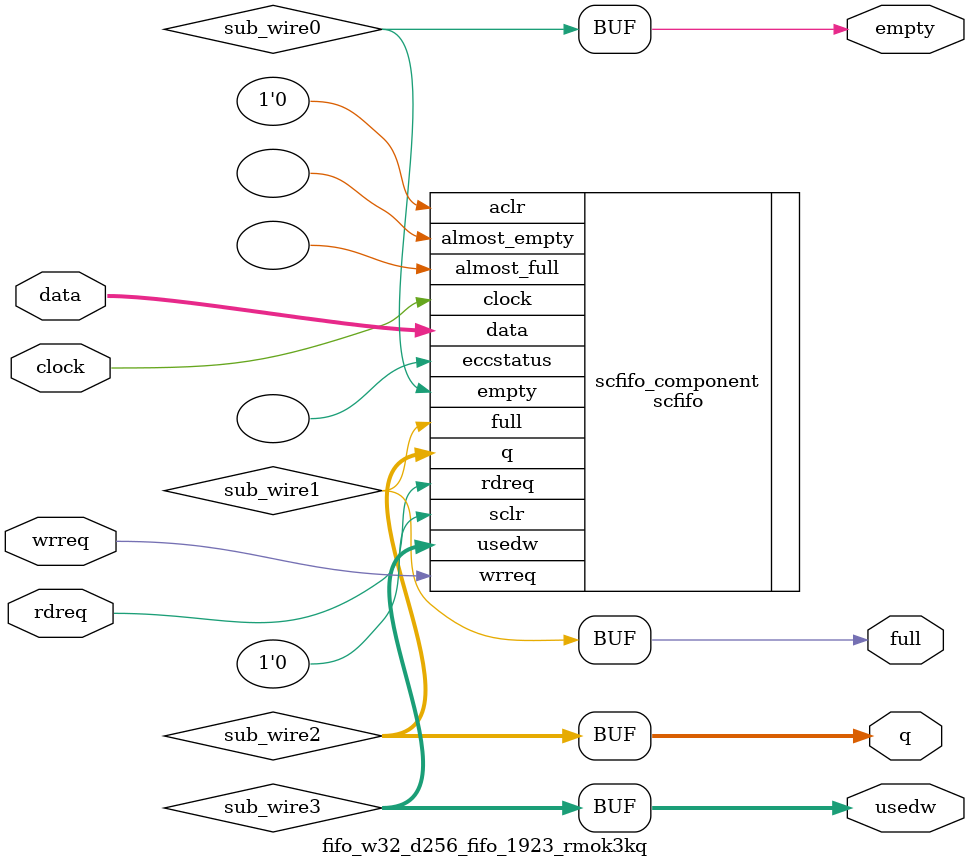
<source format=v>



`timescale 1 ps / 1 ps
// synopsys translate_on
module  fifo_w32_d256_fifo_1923_rmok3kq  (
    clock,
    data,
    rdreq,
    wrreq,
    empty,
    full,
    q,
    usedw);

    input    clock;
    input  [31:0]  data;
    input    rdreq;
    input    wrreq;
    output   empty;
    output   full;
    output [31:0]  q;
    output [7:0]  usedw;

    wire  sub_wire0;
    wire  sub_wire1;
    wire [31:0] sub_wire2;
    wire [7:0] sub_wire3;
    wire  empty = sub_wire0;
    wire  full = sub_wire1;
    wire [31:0] q = sub_wire2[31:0];
    wire [7:0] usedw = sub_wire3[7:0];

    scfifo  scfifo_component (
                .clock (clock),
                .data (data),
                .rdreq (rdreq),
                .wrreq (wrreq),
                .empty (sub_wire0),
                .full (sub_wire1),
                .q (sub_wire2),
                .usedw (sub_wire3),
                .aclr (1'b0),
                .almost_empty (),
                .almost_full (),
                .eccstatus (),
                .sclr (1'b0));
    defparam
        scfifo_component.add_ram_output_register  = "OFF",
        scfifo_component.enable_ecc  = "FALSE",
        scfifo_component.intended_device_family  = "Agilex",
        scfifo_component.lpm_numwords  = 256,
        scfifo_component.lpm_showahead  = "OFF",
        scfifo_component.lpm_type  = "scfifo",
        scfifo_component.lpm_width  = 32,
        scfifo_component.lpm_widthu  = 8,
        scfifo_component.overflow_checking  = "ON",
        scfifo_component.underflow_checking  = "ON",
        scfifo_component.use_eab  = "ON";


endmodule



</source>
